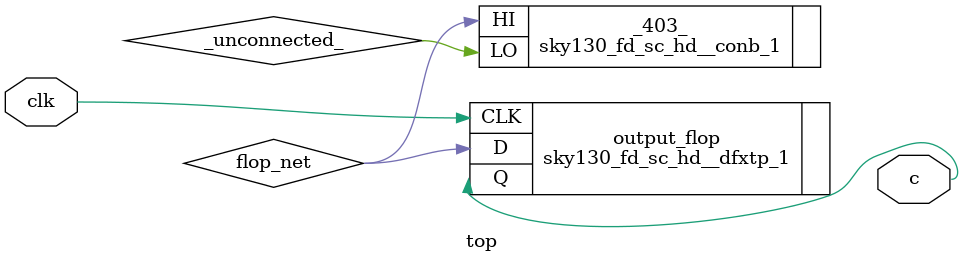
<source format=v>
/* Generated by Yosys 0.9+4052 (git sha1 5c1e6a0e, clang 7.0.1 -fPIC -Os) */

module top(clk, c);
  input clk;
  output c;

  wire flop_net;
  wire _unconnected_;

  sky130_fd_sc_hd__conb_1 _403_ (
    .HI(flop_net),
    .LO(_unconnected_)
  );

  sky130_fd_sc_hd__dfxtp_1 output_flop (
    .D(flop_net),
    .Q(c),
    .CLK(clk)
  );

endmodule

</source>
